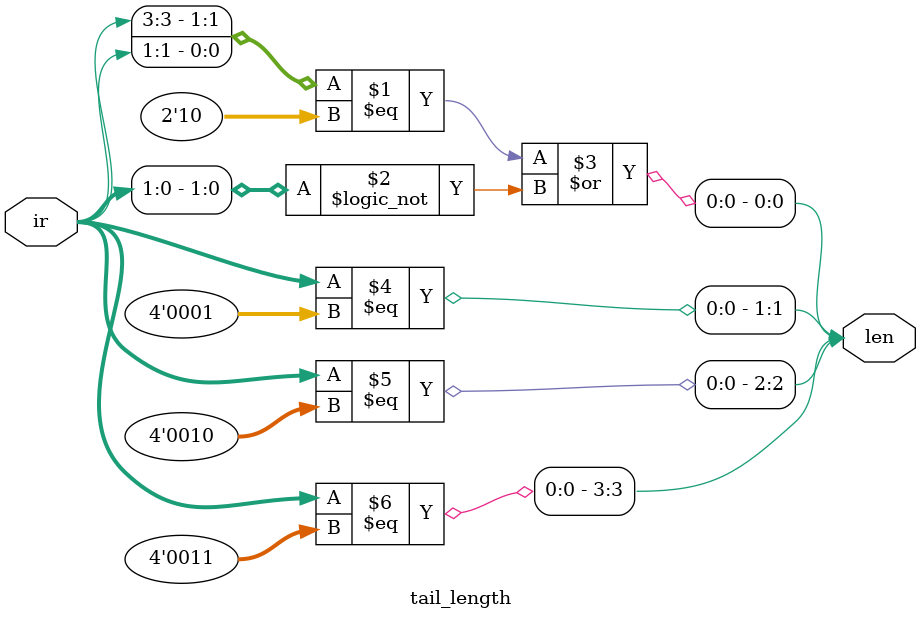
<source format=v>
module tail_length(	// /tmp/tmp.MQCTiErSrK/42834_quark_v_tail_length.cleaned.mlir:2:3
  input  [3:0] ir,	// /tmp/tmp.MQCTiErSrK/42834_quark_v_tail_length.cleaned.mlir:2:29
  output [3:0] len	// /tmp/tmp.MQCTiErSrK/42834_quark_v_tail_length.cleaned.mlir:2:43
);

  assign len =
    {ir == 4'h3, ir == 4'h2, ir == 4'h1, {ir[3], ir[1]} == 2'h2 | ir[1:0] == 2'h0};	// /tmp/tmp.MQCTiErSrK/42834_quark_v_tail_length.cleaned.mlir:3:14, :4:15, :5:14, :6:14, :7:14, :8:10, :9:10, :10:10, :11:10, :12:10, :13:10, :14:10, :15:10, :16:10, :17:10, :18:11, :19:5
endmodule


</source>
